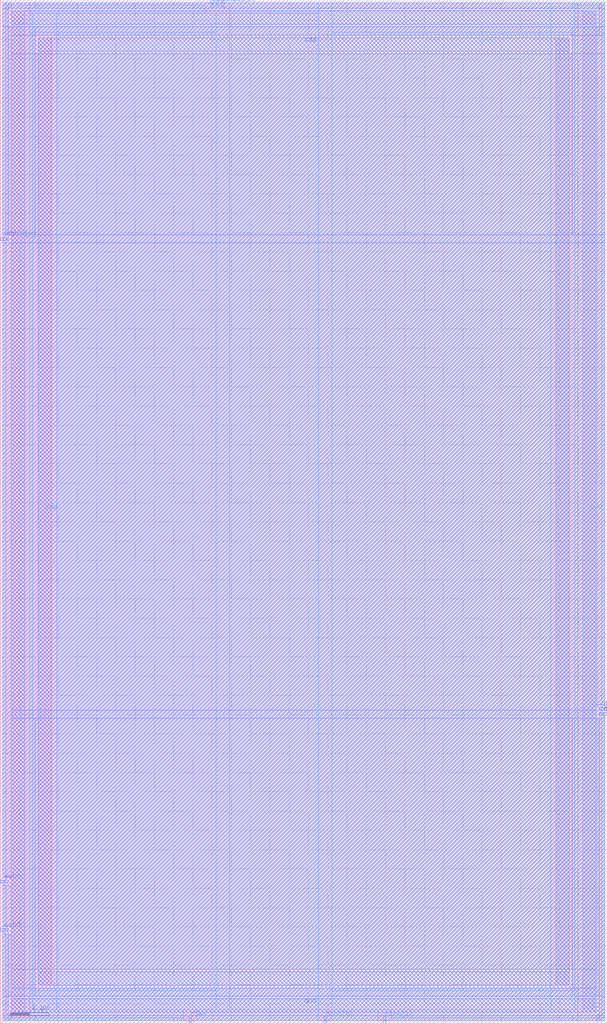
<source format=lef>
VERSION 5.4 ;
NAMESCASESENSITIVE ON ;
BUSBITCHARS "[]" ;
DIVIDERCHAR "/" ;
UNITS
  DATABASE MICRONS 2000 ;
END UNITS
MACRO SRAM_2x16_1rw
   CLASS BLOCK ;
   SIZE 31.5 BY 53.06 ;
   SYMMETRY X Y R90 ;
   PIN din0[0]
      DIRECTION INPUT ;
      PORT
         LAYER metal4 ;
         RECT  16.8 0.0 16.94 0.42 ;
      END
   END din0[0]
   PIN din0[1]
      DIRECTION INPUT ;
      PORT
         LAYER metal4 ;
         RECT  19.88 0.0 20.02 0.42 ;
      END
   END din0[1]
   PIN addr0[0]
      DIRECTION INPUT ;
      PORT
         LAYER metal3 ;
         RECT  0.0 40.6 0.42 40.74 ;
      END
   END addr0[0]
   PIN addr0[1]
      DIRECTION INPUT ;
      PORT
         LAYER metal4 ;
         RECT  11.48 52.64 11.62 53.06 ;
      END
   END addr0[1]
   PIN addr0[2]
      DIRECTION INPUT ;
      PORT
         LAYER metal4 ;
         RECT  10.92 52.64 11.06 53.06 ;
      END
   END addr0[2]
   PIN addr0[3]
      DIRECTION INPUT ;
      PORT
         LAYER metal4 ;
         RECT  11.2 52.64 11.34 53.06 ;
      END
   END addr0[3]
   PIN csb0
      DIRECTION INPUT ;
      PORT
         LAYER metal3 ;
         RECT  0.0 4.76 0.42 4.9 ;
      END
   END csb0
   PIN web0
      DIRECTION INPUT ;
      PORT
         LAYER metal3 ;
         RECT  0.0 7.28 0.42 7.42 ;
      END
   END web0
   PIN clk0
      DIRECTION INPUT ;
      PORT
         LAYER metal4 ;
         RECT  9.8 0.0 9.94 0.42 ;
      END
   END clk0
   PIN dout0[0]
      DIRECTION OUTPUT ;
      PORT
         LAYER metal3 ;
         RECT  31.08 15.96 31.5 16.1 ;
      END
   END dout0[0]
   PIN dout0[1]
      DIRECTION OUTPUT ;
      PORT
         LAYER metal3 ;
         RECT  31.08 16.24 31.5 16.38 ;
      END
   END dout0[1]
   PIN vdd
      DIRECTION INOUT ;
      USE POWER ; 
      SHAPE ABUTMENT ; 
      PORT
         LAYER metal4 ;
         RECT  28.84 1.96 29.54 51.1 ;
         LAYER metal3 ;
         RECT  1.96 1.96 29.54 2.66 ;
         LAYER metal3 ;
         RECT  1.96 50.4 29.54 51.1 ;
         LAYER metal4 ;
         RECT  1.96 1.96 2.66 51.1 ;
      END
   END vdd
   PIN gnd
      DIRECTION INOUT ;
      USE GROUND ; 
      SHAPE ABUTMENT ; 
      PORT
         LAYER metal3 ;
         RECT  0.56 51.8 30.94 52.5 ;
         LAYER metal4 ;
         RECT  0.56 0.56 1.26 52.5 ;
         LAYER metal4 ;
         RECT  30.24 0.56 30.94 52.5 ;
         LAYER metal3 ;
         RECT  0.56 0.56 30.94 1.26 ;
      END
   END gnd
   OBS
   LAYER  metal1 ;
      RECT  0.14 0.14 31.36 52.92 ;
   LAYER  metal2 ;
      RECT  0.14 0.14 31.36 52.92 ;
   LAYER  metal3 ;
      RECT  0.56 40.46 31.36 40.88 ;
      RECT  0.14 5.04 0.56 7.14 ;
      RECT  0.14 7.56 0.56 40.46 ;
      RECT  0.56 15.82 30.94 16.24 ;
      RECT  0.56 16.24 30.94 40.46 ;
      RECT  30.94 16.52 31.36 40.46 ;
      RECT  0.56 1.82 1.82 2.8 ;
      RECT  0.56 2.8 1.82 15.82 ;
      RECT  1.82 2.8 29.68 15.82 ;
      RECT  29.68 1.82 30.94 2.8 ;
      RECT  29.68 2.8 30.94 15.82 ;
      RECT  0.56 40.88 1.82 50.26 ;
      RECT  0.56 50.26 1.82 51.24 ;
      RECT  1.82 40.88 29.68 50.26 ;
      RECT  29.68 40.88 31.36 50.26 ;
      RECT  29.68 50.26 31.36 51.24 ;
      RECT  0.14 40.88 0.42 51.66 ;
      RECT  0.14 51.66 0.42 52.64 ;
      RECT  0.14 52.64 0.42 52.92 ;
      RECT  0.42 40.88 0.56 51.66 ;
      RECT  0.42 52.64 0.56 52.92 ;
      RECT  0.56 51.24 1.82 51.66 ;
      RECT  0.56 52.64 1.82 52.92 ;
      RECT  1.82 51.24 29.68 51.66 ;
      RECT  1.82 52.64 29.68 52.92 ;
      RECT  29.68 51.24 31.08 51.66 ;
      RECT  29.68 52.64 31.08 52.92 ;
      RECT  31.08 51.24 31.36 51.66 ;
      RECT  31.08 51.66 31.36 52.64 ;
      RECT  31.08 52.64 31.36 52.92 ;
      RECT  0.14 0.14 0.42 0.42 ;
      RECT  0.14 0.42 0.42 1.4 ;
      RECT  0.14 1.4 0.42 4.62 ;
      RECT  0.42 0.14 0.56 0.42 ;
      RECT  0.42 1.4 0.56 4.62 ;
      RECT  30.94 0.14 31.08 0.42 ;
      RECT  30.94 1.4 31.08 15.82 ;
      RECT  31.08 0.14 31.36 0.42 ;
      RECT  31.08 0.42 31.36 1.4 ;
      RECT  31.08 1.4 31.36 15.82 ;
      RECT  0.56 0.14 1.82 0.42 ;
      RECT  0.56 1.4 1.82 1.82 ;
      RECT  1.82 0.14 29.68 0.42 ;
      RECT  1.82 1.4 29.68 1.82 ;
      RECT  29.68 0.14 30.94 0.42 ;
      RECT  29.68 1.4 30.94 1.82 ;
   LAYER  metal4 ;
      RECT  16.52 0.7 17.22 52.92 ;
      RECT  17.22 0.14 19.6 0.7 ;
      RECT  11.2 0.7 11.9 52.36 ;
      RECT  11.9 0.7 16.52 52.36 ;
      RECT  11.9 52.36 16.52 52.92 ;
      RECT  10.22 0.14 16.52 0.7 ;
      RECT  17.22 0.7 28.56 1.68 ;
      RECT  17.22 1.68 28.56 51.38 ;
      RECT  17.22 51.38 28.56 52.92 ;
      RECT  28.56 0.7 29.82 1.68 ;
      RECT  28.56 51.38 29.82 52.92 ;
      RECT  1.68 0.7 2.94 1.68 ;
      RECT  1.68 51.38 2.94 52.36 ;
      RECT  2.94 0.7 11.2 1.68 ;
      RECT  2.94 1.68 11.2 51.38 ;
      RECT  2.94 51.38 11.2 52.36 ;
      RECT  0.14 52.36 0.28 52.78 ;
      RECT  0.14 52.78 0.28 52.92 ;
      RECT  0.28 52.78 1.54 52.92 ;
      RECT  1.54 52.36 10.64 52.78 ;
      RECT  1.54 52.78 10.64 52.92 ;
      RECT  0.14 0.14 0.28 0.28 ;
      RECT  0.14 0.28 0.28 0.7 ;
      RECT  0.28 0.14 1.54 0.28 ;
      RECT  1.54 0.14 9.52 0.28 ;
      RECT  1.54 0.28 9.52 0.7 ;
      RECT  0.14 0.7 0.28 1.68 ;
      RECT  1.54 0.7 1.68 1.68 ;
      RECT  0.14 1.68 0.28 51.38 ;
      RECT  1.54 1.68 1.68 51.38 ;
      RECT  0.14 51.38 0.28 52.36 ;
      RECT  1.54 51.38 1.68 52.36 ;
      RECT  20.3 0.14 29.96 0.28 ;
      RECT  20.3 0.28 29.96 0.7 ;
      RECT  29.96 0.14 31.22 0.28 ;
      RECT  31.22 0.14 31.36 0.28 ;
      RECT  31.22 0.28 31.36 0.7 ;
      RECT  29.82 0.7 29.96 1.68 ;
      RECT  31.22 0.7 31.36 1.68 ;
      RECT  29.82 1.68 29.96 51.38 ;
      RECT  31.22 1.68 31.36 51.38 ;
      RECT  29.82 51.38 29.96 52.78 ;
      RECT  29.82 52.78 29.96 52.92 ;
      RECT  29.96 52.78 31.22 52.92 ;
      RECT  31.22 51.38 31.36 52.78 ;
      RECT  31.22 52.78 31.36 52.92 ;
   END
END    SRAM_2x16_1rw
END    LIBRARY

</source>
